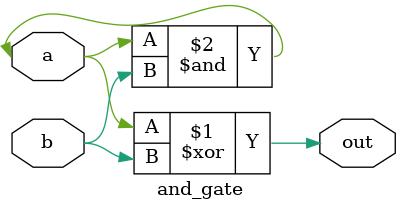
<source format=v>

module and_gate( 
    input a, 
    input b, 
    output out );

    // assing the AND of a and b to out

xor xo1(out,a,b);
and a1(a,a,b);

endmodule

</source>
